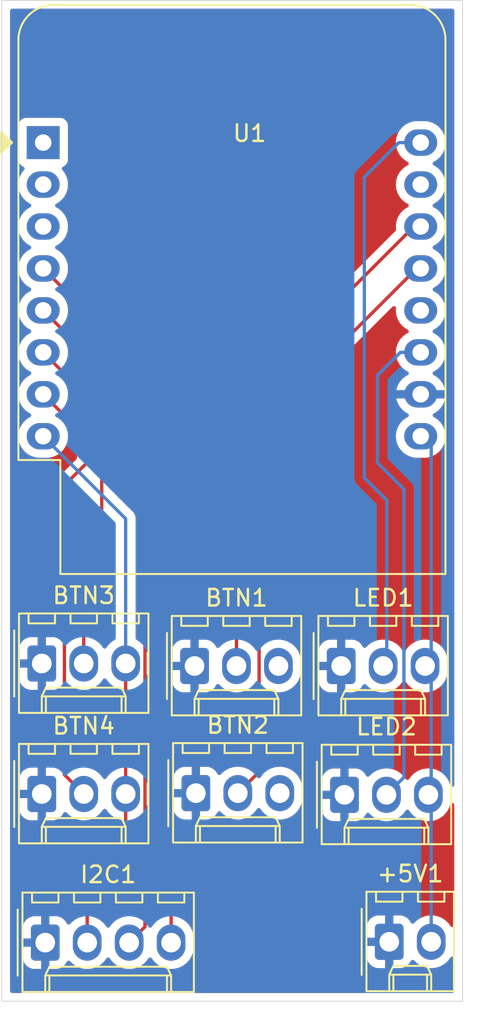
<source format=kicad_pcb>
(kicad_pcb (version 20240108) (generator "pcbnew") (generator_version "8.0")
  (layers (0 "F.Cu" signal) (31 "B.Cu" signal) (34 "B.Paste" user) (35 "F.Paste" user) (36 "B.SilkS" user "B.Silkscreen") (37 "F.SilkS" user "F.Silkscreen") (38 "B.Mask" user) (39 "F.Mask" user) (44 "Edge.Cuts" user))
  (net 0 "")
  (net 1 "GND")
  (net 2 "+5V")
  (net 3 "Net-(BTN1-Pin_2)")
  (net 4 "+3.3V")
  (net 5 "Net-(BTN2-Pin_2)")
  (net 6 "Net-(BTN3-Pin_2)")
  (net 7 "Net-(BTN4-Pin_2)")
  (net 8 "Net-(I2C1-Pin_3)")
  (net 9 "Net-(I2C1-Pin_4)")
  (net 10 "Net-(LED1-Pin_2)")
  (net 11 "Net-(LED2-Pin_2)")
  (footprint "Connector_Molex:Molex_KK-254_AE-6410-03A_1x03_P2.54mm_Vertical" (layer "F.Cu") (at 90.67 69.85)
    (property "Reference" "BTN3" (at 2.54 -4.12 0) (layer "F.SilkS"))
    (property "Value" "Conn_01x03")
    (fp_line (start -1.67 -2) (end -1.67 2) (stroke (width 0.12)) (layer "F.SilkS"))
    (fp_line (start -1.38 -3.03) (end -1.38 2.99) (stroke (width 0.12)) (layer "F.SilkS"))
    (fp_line (start -1.38 2.99) (end 6.46 2.99) (stroke (width 0.12)) (layer "F.SilkS"))
    (fp_line (start -0.8 -3.03) (end -0.8 -2.43) (stroke (width 0.12)) (layer "F.SilkS"))
    (fp_line (start -0.8 -2.43) (end 0.8 -2.43) (stroke (width 0.12)) (layer "F.SilkS"))
    (fp_line (start 0 1.99) (end 0.25 1.46) (stroke (width 0.12)) (layer "F.SilkS"))
    (fp_line (start 0 1.99) (end 5.08 1.99) (stroke (width 0.12)) (layer "F.SilkS"))
    (fp_line (start 0 2.99) (end 0 1.99) (stroke (width 0.12)) (layer "F.SilkS"))
    (fp_line (start 0.25 1.46) (end 4.83 1.46) (stroke (width 0.12)) (layer "F.SilkS"))
    (fp_line (start 0.25 2.99) (end 0.25 1.99) (stroke (width 0.12)) (layer "F.SilkS"))
    (fp_line (start 0.8 -2.43) (end 0.8 -3.03) (stroke (width 0.12)) (layer "F.SilkS"))
    (fp_line (start 1.74 -3.03) (end 1.74 -2.43) (stroke (width 0.12)) (layer "F.SilkS"))
    (fp_line (start 1.74 -2.43) (end 3.34 -2.43) (stroke (width 0.12)) (layer "F.SilkS"))
    (fp_line (start 3.34 -2.43) (end 3.34 -3.03) (stroke (width 0.12)) (layer "F.SilkS"))
    (fp_line (start 4.28 -3.03) (end 4.28 -2.43) (stroke (width 0.12)) (layer "F.SilkS"))
    (fp_line (start 4.28 -2.43) (end 5.88 -2.43) (stroke (width 0.12)) (layer "F.SilkS"))
    (fp_line (start 4.83 1.46) (end 5.08 1.99) (stroke (width 0.12)) (layer "F.SilkS"))
    (fp_line (start 4.83 2.99) (end 4.83 1.99) (stroke (width 0.12)) (layer "F.SilkS"))
    (fp_line (start 5.08 1.99) (end 5.08 2.99) (stroke (width 0.12)) (layer "F.SilkS"))
    (fp_line (start 5.88 -2.43) (end 5.88 -3.03) (stroke (width 0.12)) (layer "F.SilkS"))
    (fp_line (start 6.46 -3.03) (end -1.38 -3.03) (stroke (width 0.12)) (layer "F.SilkS"))
    (fp_line (start 6.46 2.99) (end 6.46 -3.03) (stroke (width 0.12)) (layer "F.SilkS"))
    (pad "1" thru_hole roundrect (at 0 0) (size 1.74 2.19) (drill 1.19) (layers "*.Cu" "*.Mask") (roundrect_rratio 0.143678) (net 1 "GND"))
    (pad "2" thru_hole oval (at 2.54 0) (size 1.74 2.19) (drill 1.19) (layers "*.Cu" "*.Mask") (net 6 "Net-(BTN3-Pin_2)"))
    (pad "3" thru_hole oval (at 5.08 0) (size 1.74 2.19) (drill 1.19) (layers "*.Cu" "*.Mask") (net 4 "+3.3V"))
  )
  (footprint "Connector_Molex:Molex_KK-254_AE-6410-03A_1x03_P2.54mm_Vertical" (layer "F.Cu") (at 100 77.7)
    (property "Reference" "BTN2" (at 2.54 -4.12 0) (layer "F.SilkS"))
    (property "Value" "Conn_01x03")
    (fp_line (start -1.67 -2) (end -1.67 2) (stroke (width 0.12)) (layer "F.SilkS"))
    (fp_line (start -1.38 -3.03) (end -1.38 2.99) (stroke (width 0.12)) (layer "F.SilkS"))
    (fp_line (start -1.38 2.99) (end 6.46 2.99) (stroke (width 0.12)) (layer "F.SilkS"))
    (fp_line (start -0.8 -3.03) (end -0.8 -2.43) (stroke (width 0.12)) (layer "F.SilkS"))
    (fp_line (start -0.8 -2.43) (end 0.8 -2.43) (stroke (width 0.12)) (layer "F.SilkS"))
    (fp_line (start 0 1.99) (end 0.25 1.46) (stroke (width 0.12)) (layer "F.SilkS"))
    (fp_line (start 0 1.99) (end 5.08 1.99) (stroke (width 0.12)) (layer "F.SilkS"))
    (fp_line (start 0 2.99) (end 0 1.99) (stroke (width 0.12)) (layer "F.SilkS"))
    (fp_line (start 0.25 1.46) (end 4.83 1.46) (stroke (width 0.12)) (layer "F.SilkS"))
    (fp_line (start 0.25 2.99) (end 0.25 1.99) (stroke (width 0.12)) (layer "F.SilkS"))
    (fp_line (start 0.8 -2.43) (end 0.8 -3.03) (stroke (width 0.12)) (layer "F.SilkS"))
    (fp_line (start 1.74 -3.03) (end 1.74 -2.43) (stroke (width 0.12)) (layer "F.SilkS"))
    (fp_line (start 1.74 -2.43) (end 3.34 -2.43) (stroke (width 0.12)) (layer "F.SilkS"))
    (fp_line (start 3.34 -2.43) (end 3.34 -3.03) (stroke (width 0.12)) (layer "F.SilkS"))
    (fp_line (start 4.28 -3.03) (end 4.28 -2.43) (stroke (width 0.12)) (layer "F.SilkS"))
    (fp_line (start 4.28 -2.43) (end 5.88 -2.43) (stroke (width 0.12)) (layer "F.SilkS"))
    (fp_line (start 4.83 1.46) (end 5.08 1.99) (stroke (width 0.12)) (layer "F.SilkS"))
    (fp_line (start 4.83 2.99) (end 4.83 1.99) (stroke (width 0.12)) (layer "F.SilkS"))
    (fp_line (start 5.08 1.99) (end 5.08 2.99) (stroke (width 0.12)) (layer "F.SilkS"))
    (fp_line (start 5.88 -2.43) (end 5.88 -3.03) (stroke (width 0.12)) (layer "F.SilkS"))
    (fp_line (start 6.46 -3.03) (end -1.38 -3.03) (stroke (width 0.12)) (layer "F.SilkS"))
    (fp_line (start 6.46 2.99) (end 6.46 -3.03) (stroke (width 0.12)) (layer "F.SilkS"))
    (pad "1" thru_hole roundrect (at 0 0) (size 1.74 2.19) (drill 1.19) (layers "*.Cu" "*.Mask") (roundrect_rratio 0.143678) (net 1 "GND"))
    (pad "2" thru_hole oval (at 2.54 0) (size 1.74 2.19) (drill 1.19) (layers "*.Cu" "*.Mask") (net 5 "Net-(BTN2-Pin_2)"))
    (pad "3" thru_hole oval (at 5.08 0) (size 1.74 2.19) (drill 1.19) (layers "*.Cu" "*.Mask") (net 4 "+3.3V"))
  )
  (footprint "Connector_Molex:Molex_KK-254_AE-6410-03A_1x03_P2.54mm_Vertical" (layer "F.Cu") (at 90.67 77.75)
    (property "Reference" "BTN4" (at 2.54 -4.12 0) (layer "F.SilkS"))
    (property "Value" "Conn_01x03")
    (fp_line (start -1.67 -2) (end -1.67 2) (stroke (width 0.12)) (layer "F.SilkS"))
    (fp_line (start -1.38 -3.03) (end -1.38 2.99) (stroke (width 0.12)) (layer "F.SilkS"))
    (fp_line (start -1.38 2.99) (end 6.46 2.99) (stroke (width 0.12)) (layer "F.SilkS"))
    (fp_line (start -0.8 -3.03) (end -0.8 -2.43) (stroke (width 0.12)) (layer "F.SilkS"))
    (fp_line (start -0.8 -2.43) (end 0.8 -2.43) (stroke (width 0.12)) (layer "F.SilkS"))
    (fp_line (start 0 1.99) (end 0.25 1.46) (stroke (width 0.12)) (layer "F.SilkS"))
    (fp_line (start 0 1.99) (end 5.08 1.99) (stroke (width 0.12)) (layer "F.SilkS"))
    (fp_line (start 0 2.99) (end 0 1.99) (stroke (width 0.12)) (layer "F.SilkS"))
    (fp_line (start 0.25 1.46) (end 4.83 1.46) (stroke (width 0.12)) (layer "F.SilkS"))
    (fp_line (start 0.25 2.99) (end 0.25 1.99) (stroke (width 0.12)) (layer "F.SilkS"))
    (fp_line (start 0.8 -2.43) (end 0.8 -3.03) (stroke (width 0.12)) (layer "F.SilkS"))
    (fp_line (start 1.74 -3.03) (end 1.74 -2.43) (stroke (width 0.12)) (layer "F.SilkS"))
    (fp_line (start 1.74 -2.43) (end 3.34 -2.43) (stroke (width 0.12)) (layer "F.SilkS"))
    (fp_line (start 3.34 -2.43) (end 3.34 -3.03) (stroke (width 0.12)) (layer "F.SilkS"))
    (fp_line (start 4.28 -3.03) (end 4.28 -2.43) (stroke (width 0.12)) (layer "F.SilkS"))
    (fp_line (start 4.28 -2.43) (end 5.88 -2.43) (stroke (width 0.12)) (layer "F.SilkS"))
    (fp_line (start 4.83 1.46) (end 5.08 1.99) (stroke (width 0.12)) (layer "F.SilkS"))
    (fp_line (start 4.83 2.99) (end 4.83 1.99) (stroke (width 0.12)) (layer "F.SilkS"))
    (fp_line (start 5.08 1.99) (end 5.08 2.99) (stroke (width 0.12)) (layer "F.SilkS"))
    (fp_line (start 5.88 -2.43) (end 5.88 -3.03) (stroke (width 0.12)) (layer "F.SilkS"))
    (fp_line (start 6.46 -3.03) (end -1.38 -3.03) (stroke (width 0.12)) (layer "F.SilkS"))
    (fp_line (start 6.46 2.99) (end 6.46 -3.03) (stroke (width 0.12)) (layer "F.SilkS"))
    (pad "1" thru_hole roundrect (at 0 0) (size 1.74 2.19) (drill 1.19) (layers "*.Cu" "*.Mask") (roundrect_rratio 0.143678) (net 1 "GND"))
    (pad "2" thru_hole oval (at 2.54 0) (size 1.74 2.19) (drill 1.19) (layers "*.Cu" "*.Mask") (net 7 "Net-(BTN4-Pin_2)"))
    (pad "3" thru_hole oval (at 5.08 0) (size 1.74 2.19) (drill 1.19) (layers "*.Cu" "*.Mask") (net 4 "+3.3V"))
  )
  (footprint "Connector_Molex:Molex_KK-254_AE-6410-04A_1x04_P2.54mm_Vertical" (layer "F.Cu") (at 90.88 86.75)
    (property "Reference" "I2C1" (at 3.81 -4.12 0) (layer "F.SilkS"))
    (property "Value" "Conn_01x04")
    (fp_line (start -1.67 -2) (end -1.67 2) (stroke (width 0.12)) (layer "F.SilkS"))
    (fp_line (start -1.38 -3.03) (end -1.38 2.99) (stroke (width 0.12)) (layer "F.SilkS"))
    (fp_line (start -1.38 2.99) (end 9 2.99) (stroke (width 0.12)) (layer "F.SilkS"))
    (fp_line (start -0.8 -3.03) (end -0.8 -2.43) (stroke (width 0.12)) (layer "F.SilkS"))
    (fp_line (start -0.8 -2.43) (end 0.8 -2.43) (stroke (width 0.12)) (layer "F.SilkS"))
    (fp_line (start 0 1.99) (end 0.25 1.46) (stroke (width 0.12)) (layer "F.SilkS"))
    (fp_line (start 0 1.99) (end 7.62 1.99) (stroke (width 0.12)) (layer "F.SilkS"))
    (fp_line (start 0 2.99) (end 0 1.99) (stroke (width 0.12)) (layer "F.SilkS"))
    (fp_line (start 0.25 1.46) (end 7.37 1.46) (stroke (width 0.12)) (layer "F.SilkS"))
    (fp_line (start 0.25 2.99) (end 0.25 1.99) (stroke (width 0.12)) (layer "F.SilkS"))
    (fp_line (start 0.8 -2.43) (end 0.8 -3.03) (stroke (width 0.12)) (layer "F.SilkS"))
    (fp_line (start 1.74 -3.03) (end 1.74 -2.43) (stroke (width 0.12)) (layer "F.SilkS"))
    (fp_line (start 1.74 -2.43) (end 3.34 -2.43) (stroke (width 0.12)) (layer "F.SilkS"))
    (fp_line (start 3.34 -2.43) (end 3.34 -3.03) (stroke (width 0.12)) (layer "F.SilkS"))
    (fp_line (start 4.28 -3.03) (end 4.28 -2.43) (stroke (width 0.12)) (layer "F.SilkS"))
    (fp_line (start 4.28 -2.43) (end 5.88 -2.43) (stroke (width 0.12)) (layer "F.SilkS"))
    (fp_line (start 5.88 -2.43) (end 5.88 -3.03) (stroke (width 0.12)) (layer "F.SilkS"))
    (fp_line (start 6.82 -3.03) (end 6.82 -2.43) (stroke (width 0.12)) (layer "F.SilkS"))
    (fp_line (start 6.82 -2.43) (end 8.42 -2.43) (stroke (width 0.12)) (layer "F.SilkS"))
    (fp_line (start 7.37 1.46) (end 7.62 1.99) (stroke (width 0.12)) (layer "F.SilkS"))
    (fp_line (start 7.37 2.99) (end 7.37 1.99) (stroke (width 0.12)) (layer "F.SilkS"))
    (fp_line (start 7.62 1.99) (end 7.62 2.99) (stroke (width 0.12)) (layer "F.SilkS"))
    (fp_line (start 8.42 -2.43) (end 8.42 -3.03) (stroke (width 0.12)) (layer "F.SilkS"))
    (fp_line (start 9 -3.03) (end -1.38 -3.03) (stroke (width 0.12)) (layer "F.SilkS"))
    (fp_line (start 9 2.99) (end 9 -3.03) (stroke (width 0.12)) (layer "F.SilkS"))
    (pad "1" thru_hole roundrect (at 0 0) (size 1.74 2.19) (drill 1.19) (layers "*.Cu" "*.Mask") (roundrect_rratio 0.143678) (net 1 "GND"))
    (pad "2" thru_hole oval (at 2.54 0) (size 1.74 2.19) (drill 1.19) (layers "*.Cu" "*.Mask") (net 4 "+3.3V"))
    (pad "3" thru_hole oval (at 5.08 0) (size 1.74 2.19) (drill 1.19) (layers "*.Cu" "*.Mask") (net 8 "Net-(I2C1-Pin_3)"))
    (pad "4" thru_hole oval (at 7.62 0) (size 1.74 2.19) (drill 1.19) (layers "*.Cu" "*.Mask") (net 9 "Net-(I2C1-Pin_4)"))
  )
  (footprint "Connector_Molex:Molex_KK-254_AE-6410-03A_1x03_P2.54mm_Vertical" (layer "F.Cu") (at 108.8 70)
    (property "Reference" "LED1" (at 2.54 -4.12 0) (layer "F.SilkS"))
    (property "Value" "Conn_01x03")
    (fp_line (start -1.67 -2) (end -1.67 2) (stroke (width 0.12)) (layer "F.SilkS"))
    (fp_line (start -1.38 -3.03) (end -1.38 2.99) (stroke (width 0.12)) (layer "F.SilkS"))
    (fp_line (start -1.38 2.99) (end 6.46 2.99) (stroke (width 0.12)) (layer "F.SilkS"))
    (fp_line (start -0.8 -3.03) (end -0.8 -2.43) (stroke (width 0.12)) (layer "F.SilkS"))
    (fp_line (start -0.8 -2.43) (end 0.8 -2.43) (stroke (width 0.12)) (layer "F.SilkS"))
    (fp_line (start 0 1.99) (end 0.25 1.46) (stroke (width 0.12)) (layer "F.SilkS"))
    (fp_line (start 0 1.99) (end 5.08 1.99) (stroke (width 0.12)) (layer "F.SilkS"))
    (fp_line (start 0 2.99) (end 0 1.99) (stroke (width 0.12)) (layer "F.SilkS"))
    (fp_line (start 0.25 1.46) (end 4.83 1.46) (stroke (width 0.12)) (layer "F.SilkS"))
    (fp_line (start 0.25 2.99) (end 0.25 1.99) (stroke (width 0.12)) (layer "F.SilkS"))
    (fp_line (start 0.8 -2.43) (end 0.8 -3.03) (stroke (width 0.12)) (layer "F.SilkS"))
    (fp_line (start 1.74 -3.03) (end 1.74 -2.43) (stroke (width 0.12)) (layer "F.SilkS"))
    (fp_line (start 1.74 -2.43) (end 3.34 -2.43) (stroke (width 0.12)) (layer "F.SilkS"))
    (fp_line (start 3.34 -2.43) (end 3.34 -3.03) (stroke (width 0.12)) (layer "F.SilkS"))
    (fp_line (start 4.28 -3.03) (end 4.28 -2.43) (stroke (width 0.12)) (layer "F.SilkS"))
    (fp_line (start 4.28 -2.43) (end 5.88 -2.43) (stroke (width 0.12)) (layer "F.SilkS"))
    (fp_line (start 4.83 1.46) (end 5.08 1.99) (stroke (width 0.12)) (layer "F.SilkS"))
    (fp_line (start 4.83 2.99) (end 4.83 1.99) (stroke (width 0.12)) (layer "F.SilkS"))
    (fp_line (start 5.08 1.99) (end 5.08 2.99) (stroke (width 0.12)) (layer "F.SilkS"))
    (fp_line (start 5.88 -2.43) (end 5.88 -3.03) (stroke (width 0.12)) (layer "F.SilkS"))
    (fp_line (start 6.46 -3.03) (end -1.38 -3.03) (stroke (width 0.12)) (layer "F.SilkS"))
    (fp_line (start 6.46 2.99) (end 6.46 -3.03) (stroke (width 0.12)) (layer "F.SilkS"))
    (pad "1" thru_hole roundrect (at 0 0) (size 1.74 2.19) (drill 1.19) (layers "*.Cu" "*.Mask") (roundrect_rratio 0.143678) (net 1 "GND"))
    (pad "2" thru_hole oval (at 2.54 0) (size 1.74 2.19) (drill 1.19) (layers "*.Cu" "*.Mask") (net 10 "Net-(LED1-Pin_2)"))
    (pad "3" thru_hole oval (at 5.08 0) (size 1.74 2.19) (drill 1.19) (layers "*.Cu" "*.Mask") (net 2 "+5V"))
  )
  (footprint "Connector_Molex:Molex_KK-254_AE-6410-03A_1x03_P2.54mm_Vertical" (layer "F.Cu") (at 99.92 70)
    (property "Reference" "BTN1" (at 2.54 -4.12 0) (layer "F.SilkS"))
    (property "Value" "Conn_01x03")
    (fp_line (start -1.67 -2) (end -1.67 2) (stroke (width 0.12)) (layer "F.SilkS"))
    (fp_line (start -1.38 -3.03) (end -1.38 2.99) (stroke (width 0.12)) (layer "F.SilkS"))
    (fp_line (start -1.38 2.99) (end 6.46 2.99) (stroke (width 0.12)) (layer "F.SilkS"))
    (fp_line (start -0.8 -3.03) (end -0.8 -2.43) (stroke (width 0.12)) (layer "F.SilkS"))
    (fp_line (start -0.8 -2.43) (end 0.8 -2.43) (stroke (width 0.12)) (layer "F.SilkS"))
    (fp_line (start 0 1.99) (end 0.25 1.46) (stroke (width 0.12)) (layer "F.SilkS"))
    (fp_line (start 0 1.99) (end 5.08 1.99) (stroke (width 0.12)) (layer "F.SilkS"))
    (fp_line (start 0 2.99) (end 0 1.99) (stroke (width 0.12)) (layer "F.SilkS"))
    (fp_line (start 0.25 1.46) (end 4.83 1.46) (stroke (width 0.12)) (layer "F.SilkS"))
    (fp_line (start 0.25 2.99) (end 0.25 1.99) (stroke (width 0.12)) (layer "F.SilkS"))
    (fp_line (start 0.8 -2.43) (end 0.8 -3.03) (stroke (width 0.12)) (layer "F.SilkS"))
    (fp_line (start 1.74 -3.03) (end 1.74 -2.43) (stroke (width 0.12)) (layer "F.SilkS"))
    (fp_line (start 1.74 -2.43) (end 3.34 -2.43) (stroke (width 0.12)) (layer "F.SilkS"))
    (fp_line (start 3.34 -2.43) (end 3.34 -3.03) (stroke (width 0.12)) (layer "F.SilkS"))
    (fp_line (start 4.28 -3.03) (end 4.28 -2.43) (stroke (width 0.12)) (layer "F.SilkS"))
    (fp_line (start 4.28 -2.43) (end 5.88 -2.43) (stroke (width 0.12)) (layer "F.SilkS"))
    (fp_line (start 4.83 1.46) (end 5.08 1.99) (stroke (width 0.12)) (layer "F.SilkS"))
    (fp_line (start 4.83 2.99) (end 4.83 1.99) (stroke (width 0.12)) (layer "F.SilkS"))
    (fp_line (start 5.08 1.99) (end 5.08 2.99) (stroke (width 0.12)) (layer "F.SilkS"))
    (fp_line (start 5.88 -2.43) (end 5.88 -3.03) (stroke (width 0.12)) (layer "F.SilkS"))
    (fp_line (start 6.46 -3.03) (end -1.38 -3.03) (stroke (width 0.12)) (layer "F.SilkS"))
    (fp_line (start 6.46 2.99) (end 6.46 -3.03) (stroke (width 0.12)) (layer "F.SilkS"))
    (pad "1" thru_hole roundrect (at 0 0) (size 1.74 2.19) (drill 1.19) (layers "*.Cu" "*.Mask") (roundrect_rratio 0.143678) (net 1 "GND"))
    (pad "2" thru_hole oval (at 2.54 0) (size 1.74 2.19) (drill 1.19) (layers "*.Cu" "*.Mask") (net 3 "Net-(BTN1-Pin_2)"))
    (pad "3" thru_hole oval (at 5.08 0) (size 1.74 2.19) (drill 1.19) (layers "*.Cu" "*.Mask") (net 4 "+3.3V"))
  )
  (footprint "Connector_Molex:Molex_KK-254_AE-6410-02A_1x02_P2.54mm_Vertical" (layer "F.Cu") (at 111.71 86.7)
    (property "Reference" "+5V1" (at 1.27 -4.12 0) (layer "F.SilkS"))
    (property "Value" "Conn_01x02")
    (fp_line (start -1.67 -2) (end -1.67 2) (stroke (width 0.12)) (layer "F.SilkS"))
    (fp_line (start -1.38 -3.03) (end -1.38 2.99) (stroke (width 0.12)) (layer "F.SilkS"))
    (fp_line (start -1.38 2.99) (end 3.92 2.99) (stroke (width 0.12)) (layer "F.SilkS"))
    (fp_line (start -0.8 -3.03) (end -0.8 -2.43) (stroke (width 0.12)) (layer "F.SilkS"))
    (fp_line (start -0.8 -2.43) (end 0.8 -2.43) (stroke (width 0.12)) (layer "F.SilkS"))
    (fp_line (start 0 1.99) (end 0.25 1.46) (stroke (width 0.12)) (layer "F.SilkS"))
    (fp_line (start 0 1.99) (end 2.54 1.99) (stroke (width 0.12)) (layer "F.SilkS"))
    (fp_line (start 0 2.99) (end 0 1.99) (stroke (width 0.12)) (layer "F.SilkS"))
    (fp_line (start 0.25 1.46) (end 2.29 1.46) (stroke (width 0.12)) (layer "F.SilkS"))
    (fp_line (start 0.25 2.99) (end 0.25 1.99) (stroke (width 0.12)) (layer "F.SilkS"))
    (fp_line (start 0.8 -2.43) (end 0.8 -3.03) (stroke (width 0.12)) (layer "F.SilkS"))
    (fp_line (start 1.74 -3.03) (end 1.74 -2.43) (stroke (width 0.12)) (layer "F.SilkS"))
    (fp_line (start 1.74 -2.43) (end 3.34 -2.43) (stroke (width 0.12)) (layer "F.SilkS"))
    (fp_line (start 2.29 1.46) (end 2.54 1.99) (stroke (width 0.12)) (layer "F.SilkS"))
    (fp_line (start 2.29 2.99) (end 2.29 1.99) (stroke (width 0.12)) (layer "F.SilkS"))
    (fp_line (start 2.54 1.99) (end 2.54 2.99) (stroke (width 0.12)) (layer "F.SilkS"))
    (fp_line (start 3.34 -2.43) (end 3.34 -3.03) (stroke (width 0.12)) (layer "F.SilkS"))
    (fp_line (start 3.92 -3.03) (end -1.38 -3.03) (stroke (width 0.12)) (layer "F.SilkS"))
    (fp_line (start 3.92 2.99) (end 3.92 -3.03) (stroke (width 0.12)) (layer "F.SilkS"))
    (pad "1" thru_hole roundrect (at 0 0) (size 1.74 2.19) (drill 1.19) (layers "*.Cu" "*.Mask") (roundrect_rratio 0.143678) (net 1 "GND"))
    (pad "2" thru_hole oval (at 2.54 0) (size 1.74 2.19) (drill 1.19) (layers "*.Cu" "*.Mask") (net 2 "+5V"))
  )
  (footprint "Connector_Molex:Molex_KK-254_AE-6410-03A_1x03_P2.54mm_Vertical" (layer "F.Cu") (at 109 77.8)
    (property "Reference" "LED2" (at 2.54 -4.12 0) (layer "F.SilkS"))
    (property "Value" "Conn_01x03")
    (fp_line (start -1.67 -2) (end -1.67 2) (stroke (width 0.12)) (layer "F.SilkS"))
    (fp_line (start -1.38 -3.03) (end -1.38 2.99) (stroke (width 0.12)) (layer "F.SilkS"))
    (fp_line (start -1.38 2.99) (end 6.46 2.99) (stroke (width 0.12)) (layer "F.SilkS"))
    (fp_line (start -0.8 -3.03) (end -0.8 -2.43) (stroke (width 0.12)) (layer "F.SilkS"))
    (fp_line (start -0.8 -2.43) (end 0.8 -2.43) (stroke (width 0.12)) (layer "F.SilkS"))
    (fp_line (start 0 1.99) (end 0.25 1.46) (stroke (width 0.12)) (layer "F.SilkS"))
    (fp_line (start 0 1.99) (end 5.08 1.99) (stroke (width 0.12)) (layer "F.SilkS"))
    (fp_line (start 0 2.99) (end 0 1.99) (stroke (width 0.12)) (layer "F.SilkS"))
    (fp_line (start 0.25 1.46) (end 4.83 1.46) (stroke (width 0.12)) (layer "F.SilkS"))
    (fp_line (start 0.25 2.99) (end 0.25 1.99) (stroke (width 0.12)) (layer "F.SilkS"))
    (fp_line (start 0.8 -2.43) (end 0.8 -3.03) (stroke (width 0.12)) (layer "F.SilkS"))
    (fp_line (start 1.74 -3.03) (end 1.74 -2.43) (stroke (width 0.12)) (layer "F.SilkS"))
    (fp_line (start 1.74 -2.43) (end 3.34 -2.43) (stroke (width 0.12)) (layer "F.SilkS"))
    (fp_line (start 3.34 -2.43) (end 3.34 -3.03) (stroke (width 0.12)) (layer "F.SilkS"))
    (fp_line (start 4.28 -3.03) (end 4.28 -2.43) (stroke (width 0.12)) (layer "F.SilkS"))
    (fp_line (start 4.28 -2.43) (end 5.88 -2.43) (stroke (width 0.12)) (layer "F.SilkS"))
    (fp_line (start 4.83 1.46) (end 5.08 1.99) (stroke (width 0.12)) (layer "F.SilkS"))
    (fp_line (start 4.83 2.99) (end 4.83 1.99) (stroke (width 0.12)) (layer "F.SilkS"))
    (fp_line (start 5.08 1.99) (end 5.08 2.99) (stroke (width 0.12)) (layer "F.SilkS"))
    (fp_line (start 5.88 -2.43) (end 5.88 -3.03) (stroke (width 0.12)) (layer "F.SilkS"))
    (fp_line (start 6.46 -3.03) (end -1.38 -3.03) (stroke (width 0.12)) (layer "F.SilkS"))
    (fp_line (start 6.46 2.99) (end 6.46 -3.03) (stroke (width 0.12)) (layer "F.SilkS"))
    (pad "1" thru_hole roundrect (at 0 0) (size 1.74 2.19) (drill 1.19) (layers "*.Cu" "*.Mask") (roundrect_rratio 0.143678) (net 1 "GND"))
    (pad "2" thru_hole oval (at 2.54 0) (size 1.74 2.19) (drill 1.19) (layers "*.Cu" "*.Mask") (net 11 "Net-(LED2-Pin_2)"))
    (pad "3" thru_hole oval (at 5.08 0) (size 1.74 2.19) (drill 1.19) (layers "*.Cu" "*.Mask") (net 2 "+5V"))
  )
  (footprint "Module:WEMOS_D1_mini_light" (layer "F.Cu") (at 90.755 38.31)
    (property "Reference" "U1" (at 12.495 -0.56 0) (layer "F.SilkS"))
    (property "Value" "WeMos_D1_mini")
    (fp_line (start -1.5 19.22) (end -1.5 -6.21) (stroke (width 0.12)) (layer "F.SilkS"))
    (fp_line (start -1.5 19.22) (end 1.04 19.22) (stroke (width 0.12)) (layer "F.SilkS"))
    (fp_line (start 1.04 19.22) (end 1.04 26.12) (stroke (width 0.12)) (layer "F.SilkS"))
    (fp_line (start 1.04 26.12) (end 24.36 26.12) (stroke (width 0.12)) (layer "F.SilkS"))
    (fp_line (start 22.24 -8.34) (end 0.63 -8.34) (stroke (width 0.12)) (layer "F.SilkS"))
    (fp_line (start 24.36 26.12) (end 24.36 -6.21) (stroke (width 0.12)) (layer "F.SilkS"))
    (fp_arc (start -1.5 -6.21) (mid -0.876137 -7.716137) (end 0.63 -8.34) (stroke (width 0.12)) (layer "F.SilkS"))
    (fp_arc (start 22.23 -8.34) (mid 23.736137 -7.716137) (end 24.36 -6.21) (stroke (width 0.12)) (layer "F.SilkS"))
    (fp_poly (pts (xy -2.54 -0.635) (xy -2.54 0.635) (xy -1.905 0)) (stroke (width 0.15)) (fill solid) (layer "F.SilkS"))
    (pad "1" thru_hole rect (at 0 0) (size 2 2) (drill 1) (layers "*.Cu" "*.Mask"))
    (pad "2" thru_hole oval (at 0 2.54) (size 2 1.6) (drill 1) (layers "*.Cu" "*.Mask"))
    (pad "3" thru_hole oval (at 0 5.08) (size 2 1.6) (drill 1) (layers "*.Cu" "*.Mask"))
    (pad "4" thru_hole oval (at 0 7.62) (size 2 1.6) (drill 1) (layers "*.Cu" "*.Mask") (net 9 "Net-(I2C1-Pin_4)"))
    (pad "5" thru_hole oval (at 0 10.16) (size 2 1.6) (drill 1) (layers "*.Cu" "*.Mask") (net 8 "Net-(I2C1-Pin_3)"))
    (pad "6" thru_hole oval (at 0 12.7) (size 2 1.6) (drill 1) (layers "*.Cu" "*.Mask") (net 6 "Net-(BTN3-Pin_2)"))
    (pad "7" thru_hole oval (at 0 15.24) (size 2 1.6) (drill 1) (layers "*.Cu" "*.Mask") (net 7 "Net-(BTN4-Pin_2)"))
    (pad "8" thru_hole oval (at 0 17.78) (size 2 1.6) (drill 1) (layers "*.Cu" "*.Mask") (net 4 "+3.3V"))
    (pad "9" thru_hole oval (at 22.86 17.78) (size 2 1.6) (drill 1) (layers "*.Cu" "*.Mask") (net 2 "+5V"))
    (pad "10" thru_hole oval (at 22.86 15.24) (size 2 1.6) (drill 1) (layers "*.Cu" "*.Mask") (net 1 "GND"))
    (pad "11" thru_hole oval (at 22.86 12.7) (size 2 1.6) (drill 1) (layers "*.Cu" "*.Mask") (net 11 "Net-(LED2-Pin_2)"))
    (pad "12" thru_hole oval (at 22.86 10.16) (size 2 1.6) (drill 1) (layers "*.Cu" "*.Mask"))
    (pad "13" thru_hole oval (at 22.86 7.62) (size 2 1.6) (drill 1) (layers "*.Cu" "*.Mask") (net 5 "Net-(BTN2-Pin_2)"))
    (pad "14" thru_hole oval (at 22.86 5.08) (size 2 1.6) (drill 1) (layers "*.Cu" "*.Mask") (net 3 "Net-(BTN1-Pin_2)"))
    (pad "15" thru_hole oval (at 22.86 2.54) (size 2 1.6) (drill 1) (layers "*.Cu" "*.Mask"))
    (pad "16" thru_hole oval (at 22.86 0) (size 2 1.6) (drill 1) (layers "*.Cu" "*.Mask") (net 10 "Net-(LED1-Pin_2)"))
  )
  (gr_rect (start 88.25 29.7) (end 116.15 90.3) (stroke (width 0.05)) (fill none) (layer "Edge.Cuts"))
  (segment (start 114.25 56.725) (end 113.615 56.09) (width 0.2) (layer "B.Cu") (net 2))
  (segment (start 114.25 86.7) (end 114.25 56.725) (width 0.2) (layer "B.Cu") (net 2))
  (segment (start 102.46 70) (end 102.46 54.14) (width 0.2) (layer "F.Cu") (net 3))
  (segment (start 102.46 54.14) (end 113.21 43.39) (width 0.2) (layer "F.Cu") (net 3))
  (segment (start 113.21 43.39) (end 113.615 43.39) (width 0.2) (layer "F.Cu") (net 3))
  (segment (start 95.75 80.05) (end 95.75 77.75) (width 0.2) (layer "F.Cu") (net 4))
  (segment (start 95.75 77.75) (end 95.75 69.85) (width 0.2) (layer "F.Cu") (net 4))
  (segment (start 93.42 82.38) (end 95.75 80.05) (width 0.2) (layer "F.Cu") (net 4))
  (segment (start 93.42 86.75) (end 93.42 82.38) (width 0.2) (layer "F.Cu") (net 4))
  (segment (start 95.75 61.085) (end 90.755 56.09) (width 0.2) (layer "B.Cu") (net 4))
  (segment (start 95.75 69.85) (end 95.75 61.085) (width 0.2) (layer "B.Cu") (net 4))
  (segment (start 108 52.2) (end 108 51.3) (width 0.2) (layer "F.Cu") (net 5))
  (segment (start 102.54 77.7) (end 103.83 76.41) (width 0.2) (layer "F.Cu") (net 5))
  (segment (start 113.37 45.93) (end 113.615 45.93) (width 0.2) (layer "F.Cu") (net 5))
  (segment (start 103.83 76.41) (end 103.83 56.37) (width 0.2) (layer "F.Cu") (net 5))
  (segment (start 108 51.3) (end 113.37 45.93) (width 0.2) (layer "F.Cu") (net 5))
  (segment (start 103.83 56.37) (end 108 52.2) (width 0.2) (layer "F.Cu") (net 5))
  (segment (start 102.36 77.7) (end 102.36 77.11) (width 0.2) (layer "B.Cu") (net 5))
  (segment (start 102.36 77.11) (end 102.25 77) (width 0.2) (layer "B.Cu") (net 5))
  (segment (start 93.21 69.85) (end 93.21 62.039365) (width 0.2) (layer "F.Cu") (net 6))
  (segment (start 94.3 60.949365) (end 94.3 54.555) (width 0.2) (layer "F.Cu") (net 6))
  (segment (start 93.21 62.039365) (end 94.3 60.949365) (width 0.2) (layer "F.Cu") (net 6))
  (segment (start 94.3 54.555) (end 90.755 51.01) (width 0.2) (layer "F.Cu") (net 6))
  (segment (start 92.04 76.58) (end 92.04 59.06) (width 0.2) (layer "F.Cu") (net 7))
  (segment (start 93.21 77.75) (end 92.04 76.58) (width 0.2) (layer "F.Cu") (net 7))
  (segment (start 93.4 56.195) (end 90.755 53.55) (width 0.2) (layer "F.Cu") (net 7))
  (segment (start 92.04 59.06) (end 93.4 57.7) (width 0.2) (layer "F.Cu") (net 7))
  (segment (start 93.4 57.7) (end 93.4 56.195) (width 0.2) (layer "F.Cu") (net 7))
  (segment (start 96.92 85.79) (end 96.92 54.635) (width 0.2) (layer "F.Cu") (net 8))
  (segment (start 96.92 54.635) (end 90.755 48.47) (width 0.2) (layer "F.Cu") (net 8))
  (segment (start 95.96 86.75) (end 96.92 85.79) (width 0.2) (layer "F.Cu") (net 8))
  (segment (start 98.5 53.675) (end 90.755 45.93) (width 0.2) (layer "F.Cu") (net 9))
  (segment (start 98.5 86.75) (end 98.5 53.675) (width 0.2) (layer "F.Cu") (net 9))
  (segment (start 110.2 40.4) (end 112.29 38.31) (width 0.2) (layer "B.Cu") (net 10))
  (segment (start 111.56 70) (end 111.56 59.96) (width 0.2) (layer "B.Cu") (net 10))
  (segment (start 112.29 38.31) (end 113.615 38.31) (width 0.2) (layer "B.Cu") (net 10))
  (segment (start 111.56 59.96) (end 110.2 58.6) (width 0.2) (layer "B.Cu") (net 10))
  (segment (start 110.2 58.6) (end 110.2 40.4) (width 0.2) (layer "B.Cu") (net 10))
  (segment (start 111 52.4) (end 112.39 51.01) (width 0.2) (layer "B.Cu") (net 11))
  (segment (start 112.39 51.01) (end 113.615 51.01) (width 0.2) (layer "B.Cu") (net 11))
  (segment (start 111 57.7) (end 111 52.4) (width 0.2) (layer "B.Cu") (net 11))
  (segment (start 112.6 76.74) (end 112.6 59.3) (width 0.2) (layer "B.Cu") (net 11))
  (segment (start 112.6 59.3) (end 111 57.7) (width 0.2) (layer "B.Cu") (net 11))
  (segment (start 111.54 77.8) (end 112.6 76.74) (width 0.2) (layer "B.Cu") (net 11))
  (zone (net 1) (net_name "GND") (layer "F.Cu") (connect_pads (clearance 0.5)) (min_thickness 0.25) (fill yes (thermal_gap 0.5) (thermal_bridge_width 0.5))
    (polygon (pts (xy 88.25 29.7) (xy 116.15 29.7) (xy 116.15 90.3) (xy 88.25 90.3)))
  )
  (zone (net 1) (net_name "GND") (layer "B.Cu") (priority 1) (connect_pads (clearance 0.5)) (min_thickness 0.25) (fill yes (thermal_gap 0.5) (thermal_bridge_width 0.5))
    (polygon (pts (xy 88.25 29.95) (xy 116.15 29.7) (xy 116.15 90.3) (xy 88.25 90.55)))
  )
)
</source>
